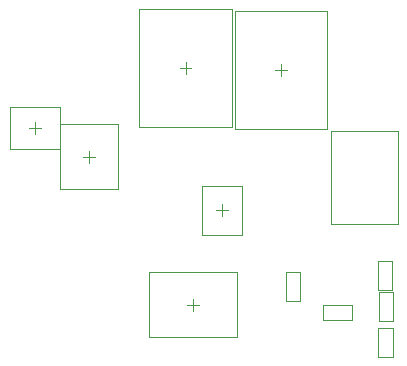
<source format=gbr>
%TF.GenerationSoftware,Altium Limited,Altium Designer,25.4.2 (15)*%
G04 Layer_Color=32768*
%FSLAX45Y45*%
%MOMM*%
%TF.SameCoordinates,9A986A7D-484F-4AC0-AE4B-942BB78B8B2C*%
%TF.FilePolarity,Positive*%
%TF.FileFunction,Other,Mechanical_15*%
%TF.Part,Single*%
G01*
G75*
%TA.AperFunction,NonConductor*%
%ADD84C,0.05000*%
%ADD86C,0.10000*%
D84*
X10473500Y8052300D02*
Y9052300D01*
X11253500Y8052300D02*
Y9052300D01*
X10473500Y8052300D02*
X11253500D01*
X10473500Y9052300D02*
X11253500D01*
X10557600Y6269700D02*
X11297600D01*
X10557600Y6819700D02*
X11297600D01*
Y6269700D02*
Y6819700D01*
X10557600Y6269700D02*
Y6819700D01*
X11833800Y6577600D02*
Y6822600D01*
X11713800Y6577600D02*
X11833800D01*
X11713800D02*
Y6822600D01*
X11833800D01*
X12027600Y6418800D02*
X12272600D01*
X12027600D02*
Y6538800D01*
X12272600D01*
Y6418800D02*
Y6538800D01*
X12617200Y6102900D02*
Y6347900D01*
X12497200Y6102900D02*
X12617200D01*
X12497200D02*
Y6347900D01*
X12617200D01*
X12620800Y6407900D02*
Y6652900D01*
X12500800Y6407900D02*
X12620800D01*
X12500800D02*
Y6652900D01*
X12620800D01*
X12614400Y6672900D02*
Y6917900D01*
X12494400Y6672900D02*
X12614400D01*
X12494400D02*
Y6917900D01*
X12614400D01*
X11005400Y7552400D02*
X11345400D01*
X11005400Y7137400D02*
X11345400D01*
Y7552400D01*
X11005400Y7137400D02*
Y7552400D01*
X11279100Y9032300D02*
X12059100D01*
X11279100Y8032300D02*
X12059100D01*
Y9032300D01*
X11279100Y8032300D02*
Y9032300D01*
X9377580Y8219600D02*
X9797580D01*
X9377580Y7859600D02*
X9797580D01*
X9377580D02*
Y8219600D01*
X9797580Y7859600D02*
Y8219600D01*
X9802300Y8071980D02*
X10292300D01*
X9802300Y7521980D02*
X10292300D01*
Y8071980D01*
X9802300Y7521980D02*
Y8071980D01*
X12099300Y7230200D02*
X12659300D01*
Y8015200D01*
X12099300D02*
X12659300D01*
X12099300Y7230200D02*
Y8015200D01*
D86*
X10813500Y8552300D02*
X10913500D01*
X10863500Y8502300D02*
Y8602300D01*
X10927600Y6494700D02*
Y6594700D01*
X10877600Y6544700D02*
X10977600D01*
X11175400Y7294900D02*
Y7394900D01*
X11125400Y7344900D02*
X11225400D01*
X11669100Y8482300D02*
Y8582300D01*
X11619100Y8532300D02*
X11719100D01*
X9587580Y7989600D02*
Y8089600D01*
X9537580Y8039600D02*
X9637580D01*
X10047300Y7746980D02*
Y7846980D01*
X9997300Y7796980D02*
X10097300D01*
%TF.MD5,348881bc91967353d6c1afa919451b87*%
M02*

</source>
